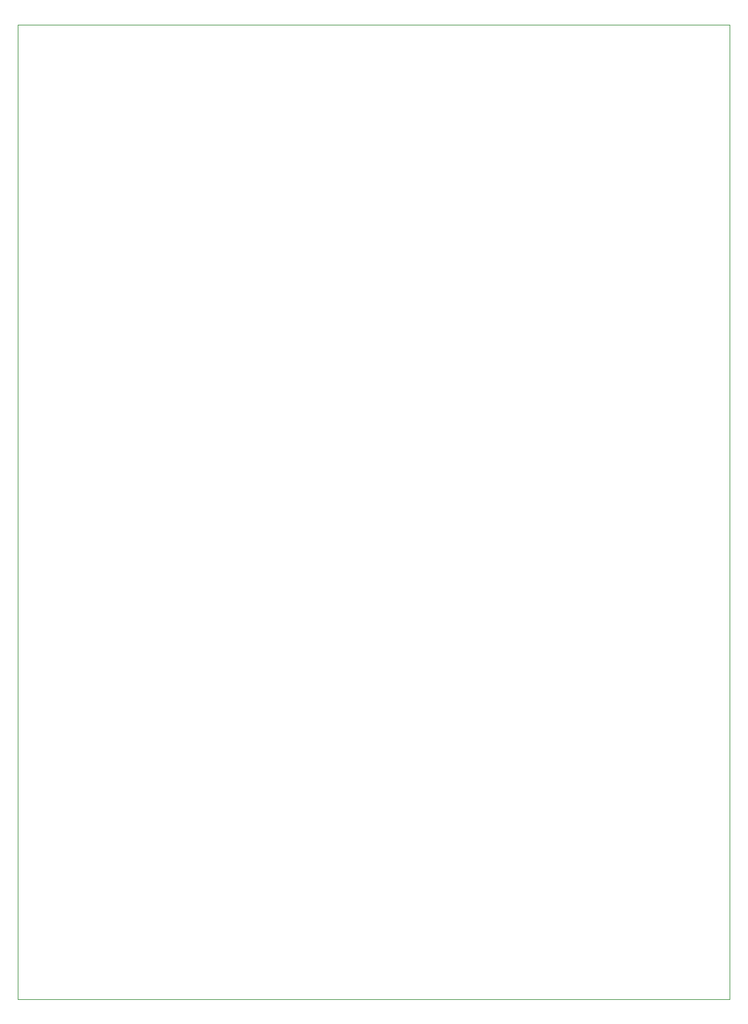
<source format=gbr>
G04 #@! TF.GenerationSoftware,KiCad,Pcbnew,(5.1.2)-2*
G04 #@! TF.CreationDate,2019-07-31T12:25:26+05:30*
G04 #@! TF.ProjectId,DoorInterlock29_07_2019,446f6f72-496e-4746-9572-6c6f636b3239,rev?*
G04 #@! TF.SameCoordinates,Original*
G04 #@! TF.FileFunction,Profile,NP*
%FSLAX46Y46*%
G04 Gerber Fmt 4.6, Leading zero omitted, Abs format (unit mm)*
G04 Created by KiCad (PCBNEW (5.1.2)-2) date 2019-07-31 12:25:26*
%MOMM*%
%LPD*%
G04 APERTURE LIST*
%ADD10C,0.050000*%
G04 APERTURE END LIST*
D10*
X60000000Y-160000000D02*
X60000000Y-30000000D01*
X155000000Y-160000000D02*
X60000000Y-160000000D01*
X155000000Y-30000000D02*
X155000000Y-160000000D01*
X60000000Y-30000000D02*
X155000000Y-30000000D01*
M02*

</source>
